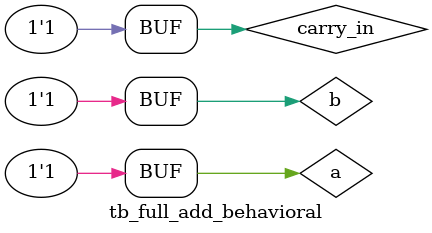
<source format=v>
module tb_full_add_behavioral();
           reg  a;
	   reg b;
	   reg carry_in;
	   wire sum;
	   wire carry_out;
	   
	   full_add_behavioral FULL_ADD3 (
	           .a(a),
		   .b(b),
		   .carry_in(carry_in),
		   .sum(sum),
		   .carry_out(carry_out)
		   );
		   
       initial begin
         $monitor("a=%b, b=%b, carry_in=%0b, sum=%b, carry_out =%b", a, b, carry_in, sum, carry_out);
       end  
  
    initial begin
        #1; a = 0; b = 0; carry_in = 0;
        #1; a = 0; b = 0; carry_in = 1;
        #1; a = 0; b = 1; carry_in = 0;
        #1; a = 0; b = 1; carry_in = 1;
        #1; a = 1; b = 0; carry_in = 0;
        #1; a = 1; b = 0; carry_in = 1;
        #1; a = 1; b = 1; carry_in = 0;
        #1; a = 1; b = 1; carry_in = 1;
    end
  
endmodule

</source>
